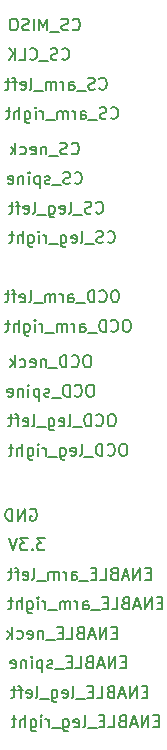
<source format=gbr>
G04 #@! TF.GenerationSoftware,KiCad,Pcbnew,5.1.3-ffb9f22~84~ubuntu18.04.1*
G04 #@! TF.CreationDate,2019-08-04T06:46:36-07:00*
G04 #@! TF.ProjectId,body_part_power,626f6479-5f70-4617-9274-5f706f776572,rev?*
G04 #@! TF.SameCoordinates,Original*
G04 #@! TF.FileFunction,Legend,Bot*
G04 #@! TF.FilePolarity,Positive*
%FSLAX46Y46*%
G04 Gerber Fmt 4.6, Leading zero omitted, Abs format (unit mm)*
G04 Created by KiCad (PCBNEW 5.1.3-ffb9f22~84~ubuntu18.04.1) date 2019-08-04 06:46:36*
%MOMM*%
%LPD*%
G04 APERTURE LIST*
%ADD10C,0.150000*%
G04 APERTURE END LIST*
D10*
X156761904Y-86500000D02*
X156857142Y-86452380D01*
X157000000Y-86452380D01*
X157142857Y-86500000D01*
X157238095Y-86595238D01*
X157285714Y-86690476D01*
X157333333Y-86880952D01*
X157333333Y-87023809D01*
X157285714Y-87214285D01*
X157238095Y-87309523D01*
X157142857Y-87404761D01*
X157000000Y-87452380D01*
X156904761Y-87452380D01*
X156761904Y-87404761D01*
X156714285Y-87357142D01*
X156714285Y-87023809D01*
X156904761Y-87023809D01*
X156285714Y-87452380D02*
X156285714Y-86452380D01*
X155714285Y-87452380D01*
X155714285Y-86452380D01*
X155238095Y-87452380D02*
X155238095Y-86452380D01*
X155000000Y-86452380D01*
X154857142Y-86500000D01*
X154761904Y-86595238D01*
X154714285Y-86690476D01*
X154666666Y-86880952D01*
X154666666Y-87023809D01*
X154714285Y-87214285D01*
X154761904Y-87309523D01*
X154857142Y-87404761D01*
X155000000Y-87452380D01*
X155238095Y-87452380D01*
X157976190Y-88952380D02*
X157357142Y-88952380D01*
X157690476Y-89333333D01*
X157547619Y-89333333D01*
X157452380Y-89380952D01*
X157404761Y-89428571D01*
X157357142Y-89523809D01*
X157357142Y-89761904D01*
X157404761Y-89857142D01*
X157452380Y-89904761D01*
X157547619Y-89952380D01*
X157833333Y-89952380D01*
X157928571Y-89904761D01*
X157976190Y-89857142D01*
X156928571Y-89857142D02*
X156880952Y-89904761D01*
X156928571Y-89952380D01*
X156976190Y-89904761D01*
X156928571Y-89857142D01*
X156928571Y-89952380D01*
X156547619Y-88952380D02*
X155928571Y-88952380D01*
X156261904Y-89333333D01*
X156119047Y-89333333D01*
X156023809Y-89380952D01*
X155976190Y-89428571D01*
X155928571Y-89523809D01*
X155928571Y-89761904D01*
X155976190Y-89857142D01*
X156023809Y-89904761D01*
X156119047Y-89952380D01*
X156404761Y-89952380D01*
X156500000Y-89904761D01*
X156547619Y-89857142D01*
X155642857Y-88952380D02*
X155309523Y-89952380D01*
X154976190Y-88952380D01*
X164880952Y-99428571D02*
X164547619Y-99428571D01*
X164404761Y-99952380D02*
X164880952Y-99952380D01*
X164880952Y-98952380D01*
X164404761Y-98952380D01*
X163976190Y-99952380D02*
X163976190Y-98952380D01*
X163404761Y-99952380D01*
X163404761Y-98952380D01*
X162976190Y-99666666D02*
X162500000Y-99666666D01*
X163071428Y-99952380D02*
X162738095Y-98952380D01*
X162404761Y-99952380D01*
X161738095Y-99428571D02*
X161595238Y-99476190D01*
X161547619Y-99523809D01*
X161500000Y-99619047D01*
X161500000Y-99761904D01*
X161547619Y-99857142D01*
X161595238Y-99904761D01*
X161690476Y-99952380D01*
X162071428Y-99952380D01*
X162071428Y-98952380D01*
X161738095Y-98952380D01*
X161642857Y-99000000D01*
X161595238Y-99047619D01*
X161547619Y-99142857D01*
X161547619Y-99238095D01*
X161595238Y-99333333D01*
X161642857Y-99380952D01*
X161738095Y-99428571D01*
X162071428Y-99428571D01*
X160595238Y-99952380D02*
X161071428Y-99952380D01*
X161071428Y-98952380D01*
X160261904Y-99428571D02*
X159928571Y-99428571D01*
X159785714Y-99952380D02*
X160261904Y-99952380D01*
X160261904Y-98952380D01*
X159785714Y-98952380D01*
X159595238Y-100047619D02*
X158833333Y-100047619D01*
X158642857Y-99904761D02*
X158547619Y-99952380D01*
X158357142Y-99952380D01*
X158261904Y-99904761D01*
X158214285Y-99809523D01*
X158214285Y-99761904D01*
X158261904Y-99666666D01*
X158357142Y-99619047D01*
X158500000Y-99619047D01*
X158595238Y-99571428D01*
X158642857Y-99476190D01*
X158642857Y-99428571D01*
X158595238Y-99333333D01*
X158500000Y-99285714D01*
X158357142Y-99285714D01*
X158261904Y-99333333D01*
X157785714Y-99285714D02*
X157785714Y-100285714D01*
X157785714Y-99333333D02*
X157690476Y-99285714D01*
X157500000Y-99285714D01*
X157404761Y-99333333D01*
X157357142Y-99380952D01*
X157309523Y-99476190D01*
X157309523Y-99761904D01*
X157357142Y-99857142D01*
X157404761Y-99904761D01*
X157500000Y-99952380D01*
X157690476Y-99952380D01*
X157785714Y-99904761D01*
X156880952Y-99952380D02*
X156880952Y-99285714D01*
X156880952Y-98952380D02*
X156928571Y-99000000D01*
X156880952Y-99047619D01*
X156833333Y-99000000D01*
X156880952Y-98952380D01*
X156880952Y-99047619D01*
X156404761Y-99285714D02*
X156404761Y-99952380D01*
X156404761Y-99380952D02*
X156357142Y-99333333D01*
X156261904Y-99285714D01*
X156119047Y-99285714D01*
X156023809Y-99333333D01*
X155976190Y-99428571D01*
X155976190Y-99952380D01*
X155119047Y-99904761D02*
X155214285Y-99952380D01*
X155404761Y-99952380D01*
X155500000Y-99904761D01*
X155547619Y-99809523D01*
X155547619Y-99428571D01*
X155500000Y-99333333D01*
X155404761Y-99285714D01*
X155214285Y-99285714D01*
X155119047Y-99333333D01*
X155071428Y-99428571D01*
X155071428Y-99523809D01*
X155547619Y-99619047D01*
X166690476Y-101928571D02*
X166357142Y-101928571D01*
X166214285Y-102452380D02*
X166690476Y-102452380D01*
X166690476Y-101452380D01*
X166214285Y-101452380D01*
X165785714Y-102452380D02*
X165785714Y-101452380D01*
X165214285Y-102452380D01*
X165214285Y-101452380D01*
X164785714Y-102166666D02*
X164309523Y-102166666D01*
X164880952Y-102452380D02*
X164547619Y-101452380D01*
X164214285Y-102452380D01*
X163547619Y-101928571D02*
X163404761Y-101976190D01*
X163357142Y-102023809D01*
X163309523Y-102119047D01*
X163309523Y-102261904D01*
X163357142Y-102357142D01*
X163404761Y-102404761D01*
X163500000Y-102452380D01*
X163880952Y-102452380D01*
X163880952Y-101452380D01*
X163547619Y-101452380D01*
X163452380Y-101500000D01*
X163404761Y-101547619D01*
X163357142Y-101642857D01*
X163357142Y-101738095D01*
X163404761Y-101833333D01*
X163452380Y-101880952D01*
X163547619Y-101928571D01*
X163880952Y-101928571D01*
X162404761Y-102452380D02*
X162880952Y-102452380D01*
X162880952Y-101452380D01*
X162071428Y-101928571D02*
X161738095Y-101928571D01*
X161595238Y-102452380D02*
X162071428Y-102452380D01*
X162071428Y-101452380D01*
X161595238Y-101452380D01*
X161404761Y-102547619D02*
X160642857Y-102547619D01*
X160261904Y-102452380D02*
X160357142Y-102404761D01*
X160404761Y-102309523D01*
X160404761Y-101452380D01*
X159500000Y-102404761D02*
X159595238Y-102452380D01*
X159785714Y-102452380D01*
X159880952Y-102404761D01*
X159928571Y-102309523D01*
X159928571Y-101928571D01*
X159880952Y-101833333D01*
X159785714Y-101785714D01*
X159595238Y-101785714D01*
X159500000Y-101833333D01*
X159452380Y-101928571D01*
X159452380Y-102023809D01*
X159928571Y-102119047D01*
X158595238Y-101785714D02*
X158595238Y-102595238D01*
X158642857Y-102690476D01*
X158690476Y-102738095D01*
X158785714Y-102785714D01*
X158928571Y-102785714D01*
X159023809Y-102738095D01*
X158595238Y-102404761D02*
X158690476Y-102452380D01*
X158880952Y-102452380D01*
X158976190Y-102404761D01*
X159023809Y-102357142D01*
X159071428Y-102261904D01*
X159071428Y-101976190D01*
X159023809Y-101880952D01*
X158976190Y-101833333D01*
X158880952Y-101785714D01*
X158690476Y-101785714D01*
X158595238Y-101833333D01*
X158357142Y-102547619D02*
X157595238Y-102547619D01*
X157214285Y-102452380D02*
X157309523Y-102404761D01*
X157357142Y-102309523D01*
X157357142Y-101452380D01*
X156452380Y-102404761D02*
X156547619Y-102452380D01*
X156738095Y-102452380D01*
X156833333Y-102404761D01*
X156880952Y-102309523D01*
X156880952Y-101928571D01*
X156833333Y-101833333D01*
X156738095Y-101785714D01*
X156547619Y-101785714D01*
X156452380Y-101833333D01*
X156404761Y-101928571D01*
X156404761Y-102023809D01*
X156880952Y-102119047D01*
X156119047Y-101785714D02*
X155738095Y-101785714D01*
X155976190Y-102452380D02*
X155976190Y-101595238D01*
X155928571Y-101500000D01*
X155833333Y-101452380D01*
X155738095Y-101452380D01*
X155547619Y-101785714D02*
X155166666Y-101785714D01*
X155404761Y-101452380D02*
X155404761Y-102309523D01*
X155357142Y-102404761D01*
X155261904Y-102452380D01*
X155166666Y-102452380D01*
X167952380Y-94428571D02*
X167619047Y-94428571D01*
X167476190Y-94952380D02*
X167952380Y-94952380D01*
X167952380Y-93952380D01*
X167476190Y-93952380D01*
X167047619Y-94952380D02*
X167047619Y-93952380D01*
X166476190Y-94952380D01*
X166476190Y-93952380D01*
X166047619Y-94666666D02*
X165571428Y-94666666D01*
X166142857Y-94952380D02*
X165809523Y-93952380D01*
X165476190Y-94952380D01*
X164809523Y-94428571D02*
X164666666Y-94476190D01*
X164619047Y-94523809D01*
X164571428Y-94619047D01*
X164571428Y-94761904D01*
X164619047Y-94857142D01*
X164666666Y-94904761D01*
X164761904Y-94952380D01*
X165142857Y-94952380D01*
X165142857Y-93952380D01*
X164809523Y-93952380D01*
X164714285Y-94000000D01*
X164666666Y-94047619D01*
X164619047Y-94142857D01*
X164619047Y-94238095D01*
X164666666Y-94333333D01*
X164714285Y-94380952D01*
X164809523Y-94428571D01*
X165142857Y-94428571D01*
X163666666Y-94952380D02*
X164142857Y-94952380D01*
X164142857Y-93952380D01*
X163333333Y-94428571D02*
X163000000Y-94428571D01*
X162857142Y-94952380D02*
X163333333Y-94952380D01*
X163333333Y-93952380D01*
X162857142Y-93952380D01*
X162666666Y-95047619D02*
X161904761Y-95047619D01*
X161238095Y-94952380D02*
X161238095Y-94428571D01*
X161285714Y-94333333D01*
X161380952Y-94285714D01*
X161571428Y-94285714D01*
X161666666Y-94333333D01*
X161238095Y-94904761D02*
X161333333Y-94952380D01*
X161571428Y-94952380D01*
X161666666Y-94904761D01*
X161714285Y-94809523D01*
X161714285Y-94714285D01*
X161666666Y-94619047D01*
X161571428Y-94571428D01*
X161333333Y-94571428D01*
X161238095Y-94523809D01*
X160761904Y-94952380D02*
X160761904Y-94285714D01*
X160761904Y-94476190D02*
X160714285Y-94380952D01*
X160666666Y-94333333D01*
X160571428Y-94285714D01*
X160476190Y-94285714D01*
X160142857Y-94952380D02*
X160142857Y-94285714D01*
X160142857Y-94380952D02*
X160095238Y-94333333D01*
X160000000Y-94285714D01*
X159857142Y-94285714D01*
X159761904Y-94333333D01*
X159714285Y-94428571D01*
X159714285Y-94952380D01*
X159714285Y-94428571D02*
X159666666Y-94333333D01*
X159571428Y-94285714D01*
X159428571Y-94285714D01*
X159333333Y-94333333D01*
X159285714Y-94428571D01*
X159285714Y-94952380D01*
X159047619Y-95047619D02*
X158285714Y-95047619D01*
X158047619Y-94952380D02*
X158047619Y-94285714D01*
X158047619Y-94476190D02*
X158000000Y-94380952D01*
X157952380Y-94333333D01*
X157857142Y-94285714D01*
X157761904Y-94285714D01*
X157428571Y-94952380D02*
X157428571Y-94285714D01*
X157428571Y-93952380D02*
X157476190Y-94000000D01*
X157428571Y-94047619D01*
X157380952Y-94000000D01*
X157428571Y-93952380D01*
X157428571Y-94047619D01*
X156523809Y-94285714D02*
X156523809Y-95095238D01*
X156571428Y-95190476D01*
X156619047Y-95238095D01*
X156714285Y-95285714D01*
X156857142Y-95285714D01*
X156952380Y-95238095D01*
X156523809Y-94904761D02*
X156619047Y-94952380D01*
X156809523Y-94952380D01*
X156904761Y-94904761D01*
X156952380Y-94857142D01*
X157000000Y-94761904D01*
X157000000Y-94476190D01*
X156952380Y-94380952D01*
X156904761Y-94333333D01*
X156809523Y-94285714D01*
X156619047Y-94285714D01*
X156523809Y-94333333D01*
X156047619Y-94952380D02*
X156047619Y-93952380D01*
X155619047Y-94952380D02*
X155619047Y-94428571D01*
X155666666Y-94333333D01*
X155761904Y-94285714D01*
X155904761Y-94285714D01*
X156000000Y-94333333D01*
X156047619Y-94380952D01*
X155285714Y-94285714D02*
X154904761Y-94285714D01*
X155142857Y-93952380D02*
X155142857Y-94809523D01*
X155095238Y-94904761D01*
X155000000Y-94952380D01*
X154904761Y-94952380D01*
X164119047Y-96928571D02*
X163785714Y-96928571D01*
X163642857Y-97452380D02*
X164119047Y-97452380D01*
X164119047Y-96452380D01*
X163642857Y-96452380D01*
X163214285Y-97452380D02*
X163214285Y-96452380D01*
X162642857Y-97452380D01*
X162642857Y-96452380D01*
X162214285Y-97166666D02*
X161738095Y-97166666D01*
X162309523Y-97452380D02*
X161976190Y-96452380D01*
X161642857Y-97452380D01*
X160976190Y-96928571D02*
X160833333Y-96976190D01*
X160785714Y-97023809D01*
X160738095Y-97119047D01*
X160738095Y-97261904D01*
X160785714Y-97357142D01*
X160833333Y-97404761D01*
X160928571Y-97452380D01*
X161309523Y-97452380D01*
X161309523Y-96452380D01*
X160976190Y-96452380D01*
X160880952Y-96500000D01*
X160833333Y-96547619D01*
X160785714Y-96642857D01*
X160785714Y-96738095D01*
X160833333Y-96833333D01*
X160880952Y-96880952D01*
X160976190Y-96928571D01*
X161309523Y-96928571D01*
X159833333Y-97452380D02*
X160309523Y-97452380D01*
X160309523Y-96452380D01*
X159500000Y-96928571D02*
X159166666Y-96928571D01*
X159023809Y-97452380D02*
X159500000Y-97452380D01*
X159500000Y-96452380D01*
X159023809Y-96452380D01*
X158833333Y-97547619D02*
X158071428Y-97547619D01*
X157833333Y-96785714D02*
X157833333Y-97452380D01*
X157833333Y-96880952D02*
X157785714Y-96833333D01*
X157690476Y-96785714D01*
X157547619Y-96785714D01*
X157452380Y-96833333D01*
X157404761Y-96928571D01*
X157404761Y-97452380D01*
X156547619Y-97404761D02*
X156642857Y-97452380D01*
X156833333Y-97452380D01*
X156928571Y-97404761D01*
X156976190Y-97309523D01*
X156976190Y-96928571D01*
X156928571Y-96833333D01*
X156833333Y-96785714D01*
X156642857Y-96785714D01*
X156547619Y-96833333D01*
X156500000Y-96928571D01*
X156500000Y-97023809D01*
X156976190Y-97119047D01*
X155642857Y-97404761D02*
X155738095Y-97452380D01*
X155928571Y-97452380D01*
X156023809Y-97404761D01*
X156071428Y-97357142D01*
X156119047Y-97261904D01*
X156119047Y-96976190D01*
X156071428Y-96880952D01*
X156023809Y-96833333D01*
X155928571Y-96785714D01*
X155738095Y-96785714D01*
X155642857Y-96833333D01*
X155214285Y-97452380D02*
X155214285Y-96452380D01*
X155119047Y-97071428D02*
X154833333Y-97452380D01*
X154833333Y-96785714D02*
X155214285Y-97166666D01*
X166976190Y-91928571D02*
X166642857Y-91928571D01*
X166500000Y-92452380D02*
X166976190Y-92452380D01*
X166976190Y-91452380D01*
X166500000Y-91452380D01*
X166071428Y-92452380D02*
X166071428Y-91452380D01*
X165500000Y-92452380D01*
X165500000Y-91452380D01*
X165071428Y-92166666D02*
X164595238Y-92166666D01*
X165166666Y-92452380D02*
X164833333Y-91452380D01*
X164500000Y-92452380D01*
X163833333Y-91928571D02*
X163690476Y-91976190D01*
X163642857Y-92023809D01*
X163595238Y-92119047D01*
X163595238Y-92261904D01*
X163642857Y-92357142D01*
X163690476Y-92404761D01*
X163785714Y-92452380D01*
X164166666Y-92452380D01*
X164166666Y-91452380D01*
X163833333Y-91452380D01*
X163738095Y-91500000D01*
X163690476Y-91547619D01*
X163642857Y-91642857D01*
X163642857Y-91738095D01*
X163690476Y-91833333D01*
X163738095Y-91880952D01*
X163833333Y-91928571D01*
X164166666Y-91928571D01*
X162690476Y-92452380D02*
X163166666Y-92452380D01*
X163166666Y-91452380D01*
X162357142Y-91928571D02*
X162023809Y-91928571D01*
X161880952Y-92452380D02*
X162357142Y-92452380D01*
X162357142Y-91452380D01*
X161880952Y-91452380D01*
X161690476Y-92547619D02*
X160928571Y-92547619D01*
X160261904Y-92452380D02*
X160261904Y-91928571D01*
X160309523Y-91833333D01*
X160404761Y-91785714D01*
X160595238Y-91785714D01*
X160690476Y-91833333D01*
X160261904Y-92404761D02*
X160357142Y-92452380D01*
X160595238Y-92452380D01*
X160690476Y-92404761D01*
X160738095Y-92309523D01*
X160738095Y-92214285D01*
X160690476Y-92119047D01*
X160595238Y-92071428D01*
X160357142Y-92071428D01*
X160261904Y-92023809D01*
X159785714Y-92452380D02*
X159785714Y-91785714D01*
X159785714Y-91976190D02*
X159738095Y-91880952D01*
X159690476Y-91833333D01*
X159595238Y-91785714D01*
X159500000Y-91785714D01*
X159166666Y-92452380D02*
X159166666Y-91785714D01*
X159166666Y-91880952D02*
X159119047Y-91833333D01*
X159023809Y-91785714D01*
X158880952Y-91785714D01*
X158785714Y-91833333D01*
X158738095Y-91928571D01*
X158738095Y-92452380D01*
X158738095Y-91928571D02*
X158690476Y-91833333D01*
X158595238Y-91785714D01*
X158452380Y-91785714D01*
X158357142Y-91833333D01*
X158309523Y-91928571D01*
X158309523Y-92452380D01*
X158071428Y-92547619D02*
X157309523Y-92547619D01*
X156928571Y-92452380D02*
X157023809Y-92404761D01*
X157071428Y-92309523D01*
X157071428Y-91452380D01*
X156166666Y-92404761D02*
X156261904Y-92452380D01*
X156452380Y-92452380D01*
X156547619Y-92404761D01*
X156595238Y-92309523D01*
X156595238Y-91928571D01*
X156547619Y-91833333D01*
X156452380Y-91785714D01*
X156261904Y-91785714D01*
X156166666Y-91833333D01*
X156119047Y-91928571D01*
X156119047Y-92023809D01*
X156595238Y-92119047D01*
X155833333Y-91785714D02*
X155452380Y-91785714D01*
X155690476Y-92452380D02*
X155690476Y-91595238D01*
X155642857Y-91500000D01*
X155547619Y-91452380D01*
X155452380Y-91452380D01*
X155261904Y-91785714D02*
X154880952Y-91785714D01*
X155119047Y-91452380D02*
X155119047Y-92309523D01*
X155071428Y-92404761D01*
X154976190Y-92452380D01*
X154880952Y-92452380D01*
X167666666Y-104428571D02*
X167333333Y-104428571D01*
X167190476Y-104952380D02*
X167666666Y-104952380D01*
X167666666Y-103952380D01*
X167190476Y-103952380D01*
X166761904Y-104952380D02*
X166761904Y-103952380D01*
X166190476Y-104952380D01*
X166190476Y-103952380D01*
X165761904Y-104666666D02*
X165285714Y-104666666D01*
X165857142Y-104952380D02*
X165523809Y-103952380D01*
X165190476Y-104952380D01*
X164523809Y-104428571D02*
X164380952Y-104476190D01*
X164333333Y-104523809D01*
X164285714Y-104619047D01*
X164285714Y-104761904D01*
X164333333Y-104857142D01*
X164380952Y-104904761D01*
X164476190Y-104952380D01*
X164857142Y-104952380D01*
X164857142Y-103952380D01*
X164523809Y-103952380D01*
X164428571Y-104000000D01*
X164380952Y-104047619D01*
X164333333Y-104142857D01*
X164333333Y-104238095D01*
X164380952Y-104333333D01*
X164428571Y-104380952D01*
X164523809Y-104428571D01*
X164857142Y-104428571D01*
X163380952Y-104952380D02*
X163857142Y-104952380D01*
X163857142Y-103952380D01*
X163047619Y-104428571D02*
X162714285Y-104428571D01*
X162571428Y-104952380D02*
X163047619Y-104952380D01*
X163047619Y-103952380D01*
X162571428Y-103952380D01*
X162380952Y-105047619D02*
X161619047Y-105047619D01*
X161238095Y-104952380D02*
X161333333Y-104904761D01*
X161380952Y-104809523D01*
X161380952Y-103952380D01*
X160476190Y-104904761D02*
X160571428Y-104952380D01*
X160761904Y-104952380D01*
X160857142Y-104904761D01*
X160904761Y-104809523D01*
X160904761Y-104428571D01*
X160857142Y-104333333D01*
X160761904Y-104285714D01*
X160571428Y-104285714D01*
X160476190Y-104333333D01*
X160428571Y-104428571D01*
X160428571Y-104523809D01*
X160904761Y-104619047D01*
X159571428Y-104285714D02*
X159571428Y-105095238D01*
X159619047Y-105190476D01*
X159666666Y-105238095D01*
X159761904Y-105285714D01*
X159904761Y-105285714D01*
X160000000Y-105238095D01*
X159571428Y-104904761D02*
X159666666Y-104952380D01*
X159857142Y-104952380D01*
X159952380Y-104904761D01*
X160000000Y-104857142D01*
X160047619Y-104761904D01*
X160047619Y-104476190D01*
X160000000Y-104380952D01*
X159952380Y-104333333D01*
X159857142Y-104285714D01*
X159666666Y-104285714D01*
X159571428Y-104333333D01*
X159333333Y-105047619D02*
X158571428Y-105047619D01*
X158333333Y-104952380D02*
X158333333Y-104285714D01*
X158333333Y-104476190D02*
X158285714Y-104380952D01*
X158238095Y-104333333D01*
X158142857Y-104285714D01*
X158047619Y-104285714D01*
X157714285Y-104952380D02*
X157714285Y-104285714D01*
X157714285Y-103952380D02*
X157761904Y-104000000D01*
X157714285Y-104047619D01*
X157666666Y-104000000D01*
X157714285Y-103952380D01*
X157714285Y-104047619D01*
X156809523Y-104285714D02*
X156809523Y-105095238D01*
X156857142Y-105190476D01*
X156904761Y-105238095D01*
X157000000Y-105285714D01*
X157142857Y-105285714D01*
X157238095Y-105238095D01*
X156809523Y-104904761D02*
X156904761Y-104952380D01*
X157095238Y-104952380D01*
X157190476Y-104904761D01*
X157238095Y-104857142D01*
X157285714Y-104761904D01*
X157285714Y-104476190D01*
X157238095Y-104380952D01*
X157190476Y-104333333D01*
X157095238Y-104285714D01*
X156904761Y-104285714D01*
X156809523Y-104333333D01*
X156333333Y-104952380D02*
X156333333Y-103952380D01*
X155904761Y-104952380D02*
X155904761Y-104428571D01*
X155952380Y-104333333D01*
X156047619Y-104285714D01*
X156190476Y-104285714D01*
X156285714Y-104333333D01*
X156333333Y-104380952D01*
X155571428Y-104285714D02*
X155190476Y-104285714D01*
X155428571Y-103952380D02*
X155428571Y-104809523D01*
X155380952Y-104904761D01*
X155285714Y-104952380D01*
X155190476Y-104952380D01*
X161952380Y-75952380D02*
X161761904Y-75952380D01*
X161666666Y-76000000D01*
X161571428Y-76095238D01*
X161523809Y-76285714D01*
X161523809Y-76619047D01*
X161571428Y-76809523D01*
X161666666Y-76904761D01*
X161761904Y-76952380D01*
X161952380Y-76952380D01*
X162047619Y-76904761D01*
X162142857Y-76809523D01*
X162190476Y-76619047D01*
X162190476Y-76285714D01*
X162142857Y-76095238D01*
X162047619Y-76000000D01*
X161952380Y-75952380D01*
X160523809Y-76857142D02*
X160571428Y-76904761D01*
X160714285Y-76952380D01*
X160809523Y-76952380D01*
X160952380Y-76904761D01*
X161047619Y-76809523D01*
X161095238Y-76714285D01*
X161142857Y-76523809D01*
X161142857Y-76380952D01*
X161095238Y-76190476D01*
X161047619Y-76095238D01*
X160952380Y-76000000D01*
X160809523Y-75952380D01*
X160714285Y-75952380D01*
X160571428Y-76000000D01*
X160523809Y-76047619D01*
X160095238Y-76952380D02*
X160095238Y-75952380D01*
X159857142Y-75952380D01*
X159714285Y-76000000D01*
X159619047Y-76095238D01*
X159571428Y-76190476D01*
X159523809Y-76380952D01*
X159523809Y-76523809D01*
X159571428Y-76714285D01*
X159619047Y-76809523D01*
X159714285Y-76904761D01*
X159857142Y-76952380D01*
X160095238Y-76952380D01*
X159333333Y-77047619D02*
X158571428Y-77047619D01*
X158380952Y-76904761D02*
X158285714Y-76952380D01*
X158095238Y-76952380D01*
X158000000Y-76904761D01*
X157952380Y-76809523D01*
X157952380Y-76761904D01*
X158000000Y-76666666D01*
X158095238Y-76619047D01*
X158238095Y-76619047D01*
X158333333Y-76571428D01*
X158380952Y-76476190D01*
X158380952Y-76428571D01*
X158333333Y-76333333D01*
X158238095Y-76285714D01*
X158095238Y-76285714D01*
X158000000Y-76333333D01*
X157523809Y-76285714D02*
X157523809Y-77285714D01*
X157523809Y-76333333D02*
X157428571Y-76285714D01*
X157238095Y-76285714D01*
X157142857Y-76333333D01*
X157095238Y-76380952D01*
X157047619Y-76476190D01*
X157047619Y-76761904D01*
X157095238Y-76857142D01*
X157142857Y-76904761D01*
X157238095Y-76952380D01*
X157428571Y-76952380D01*
X157523809Y-76904761D01*
X156619047Y-76952380D02*
X156619047Y-76285714D01*
X156619047Y-75952380D02*
X156666666Y-76000000D01*
X156619047Y-76047619D01*
X156571428Y-76000000D01*
X156619047Y-75952380D01*
X156619047Y-76047619D01*
X156142857Y-76285714D02*
X156142857Y-76952380D01*
X156142857Y-76380952D02*
X156095238Y-76333333D01*
X156000000Y-76285714D01*
X155857142Y-76285714D01*
X155761904Y-76333333D01*
X155714285Y-76428571D01*
X155714285Y-76952380D01*
X154857142Y-76904761D02*
X154952380Y-76952380D01*
X155142857Y-76952380D01*
X155238095Y-76904761D01*
X155285714Y-76809523D01*
X155285714Y-76428571D01*
X155238095Y-76333333D01*
X155142857Y-76285714D01*
X154952380Y-76285714D01*
X154857142Y-76333333D01*
X154809523Y-76428571D01*
X154809523Y-76523809D01*
X155285714Y-76619047D01*
X163761904Y-78452380D02*
X163571428Y-78452380D01*
X163476190Y-78500000D01*
X163380952Y-78595238D01*
X163333333Y-78785714D01*
X163333333Y-79119047D01*
X163380952Y-79309523D01*
X163476190Y-79404761D01*
X163571428Y-79452380D01*
X163761904Y-79452380D01*
X163857142Y-79404761D01*
X163952380Y-79309523D01*
X164000000Y-79119047D01*
X164000000Y-78785714D01*
X163952380Y-78595238D01*
X163857142Y-78500000D01*
X163761904Y-78452380D01*
X162333333Y-79357142D02*
X162380952Y-79404761D01*
X162523809Y-79452380D01*
X162619047Y-79452380D01*
X162761904Y-79404761D01*
X162857142Y-79309523D01*
X162904761Y-79214285D01*
X162952380Y-79023809D01*
X162952380Y-78880952D01*
X162904761Y-78690476D01*
X162857142Y-78595238D01*
X162761904Y-78500000D01*
X162619047Y-78452380D01*
X162523809Y-78452380D01*
X162380952Y-78500000D01*
X162333333Y-78547619D01*
X161904761Y-79452380D02*
X161904761Y-78452380D01*
X161666666Y-78452380D01*
X161523809Y-78500000D01*
X161428571Y-78595238D01*
X161380952Y-78690476D01*
X161333333Y-78880952D01*
X161333333Y-79023809D01*
X161380952Y-79214285D01*
X161428571Y-79309523D01*
X161523809Y-79404761D01*
X161666666Y-79452380D01*
X161904761Y-79452380D01*
X161142857Y-79547619D02*
X160380952Y-79547619D01*
X160000000Y-79452380D02*
X160095238Y-79404761D01*
X160142857Y-79309523D01*
X160142857Y-78452380D01*
X159238095Y-79404761D02*
X159333333Y-79452380D01*
X159523809Y-79452380D01*
X159619047Y-79404761D01*
X159666666Y-79309523D01*
X159666666Y-78928571D01*
X159619047Y-78833333D01*
X159523809Y-78785714D01*
X159333333Y-78785714D01*
X159238095Y-78833333D01*
X159190476Y-78928571D01*
X159190476Y-79023809D01*
X159666666Y-79119047D01*
X158333333Y-78785714D02*
X158333333Y-79595238D01*
X158380952Y-79690476D01*
X158428571Y-79738095D01*
X158523809Y-79785714D01*
X158666666Y-79785714D01*
X158761904Y-79738095D01*
X158333333Y-79404761D02*
X158428571Y-79452380D01*
X158619047Y-79452380D01*
X158714285Y-79404761D01*
X158761904Y-79357142D01*
X158809523Y-79261904D01*
X158809523Y-78976190D01*
X158761904Y-78880952D01*
X158714285Y-78833333D01*
X158619047Y-78785714D01*
X158428571Y-78785714D01*
X158333333Y-78833333D01*
X158095238Y-79547619D02*
X157333333Y-79547619D01*
X156952380Y-79452380D02*
X157047619Y-79404761D01*
X157095238Y-79309523D01*
X157095238Y-78452380D01*
X156190476Y-79404761D02*
X156285714Y-79452380D01*
X156476190Y-79452380D01*
X156571428Y-79404761D01*
X156619047Y-79309523D01*
X156619047Y-78928571D01*
X156571428Y-78833333D01*
X156476190Y-78785714D01*
X156285714Y-78785714D01*
X156190476Y-78833333D01*
X156142857Y-78928571D01*
X156142857Y-79023809D01*
X156619047Y-79119047D01*
X155857142Y-78785714D02*
X155476190Y-78785714D01*
X155714285Y-79452380D02*
X155714285Y-78595238D01*
X155666666Y-78500000D01*
X155571428Y-78452380D01*
X155476190Y-78452380D01*
X155285714Y-78785714D02*
X154904761Y-78785714D01*
X155142857Y-78452380D02*
X155142857Y-79309523D01*
X155095238Y-79404761D01*
X155000000Y-79452380D01*
X154904761Y-79452380D01*
X165023809Y-70452380D02*
X164833333Y-70452380D01*
X164738095Y-70500000D01*
X164642857Y-70595238D01*
X164595238Y-70785714D01*
X164595238Y-71119047D01*
X164642857Y-71309523D01*
X164738095Y-71404761D01*
X164833333Y-71452380D01*
X165023809Y-71452380D01*
X165119047Y-71404761D01*
X165214285Y-71309523D01*
X165261904Y-71119047D01*
X165261904Y-70785714D01*
X165214285Y-70595238D01*
X165119047Y-70500000D01*
X165023809Y-70452380D01*
X163595238Y-71357142D02*
X163642857Y-71404761D01*
X163785714Y-71452380D01*
X163880952Y-71452380D01*
X164023809Y-71404761D01*
X164119047Y-71309523D01*
X164166666Y-71214285D01*
X164214285Y-71023809D01*
X164214285Y-70880952D01*
X164166666Y-70690476D01*
X164119047Y-70595238D01*
X164023809Y-70500000D01*
X163880952Y-70452380D01*
X163785714Y-70452380D01*
X163642857Y-70500000D01*
X163595238Y-70547619D01*
X163166666Y-71452380D02*
X163166666Y-70452380D01*
X162928571Y-70452380D01*
X162785714Y-70500000D01*
X162690476Y-70595238D01*
X162642857Y-70690476D01*
X162595238Y-70880952D01*
X162595238Y-71023809D01*
X162642857Y-71214285D01*
X162690476Y-71309523D01*
X162785714Y-71404761D01*
X162928571Y-71452380D01*
X163166666Y-71452380D01*
X162404761Y-71547619D02*
X161642857Y-71547619D01*
X160976190Y-71452380D02*
X160976190Y-70928571D01*
X161023809Y-70833333D01*
X161119047Y-70785714D01*
X161309523Y-70785714D01*
X161404761Y-70833333D01*
X160976190Y-71404761D02*
X161071428Y-71452380D01*
X161309523Y-71452380D01*
X161404761Y-71404761D01*
X161452380Y-71309523D01*
X161452380Y-71214285D01*
X161404761Y-71119047D01*
X161309523Y-71071428D01*
X161071428Y-71071428D01*
X160976190Y-71023809D01*
X160500000Y-71452380D02*
X160500000Y-70785714D01*
X160500000Y-70976190D02*
X160452380Y-70880952D01*
X160404761Y-70833333D01*
X160309523Y-70785714D01*
X160214285Y-70785714D01*
X159880952Y-71452380D02*
X159880952Y-70785714D01*
X159880952Y-70880952D02*
X159833333Y-70833333D01*
X159738095Y-70785714D01*
X159595238Y-70785714D01*
X159500000Y-70833333D01*
X159452380Y-70928571D01*
X159452380Y-71452380D01*
X159452380Y-70928571D02*
X159404761Y-70833333D01*
X159309523Y-70785714D01*
X159166666Y-70785714D01*
X159071428Y-70833333D01*
X159023809Y-70928571D01*
X159023809Y-71452380D01*
X158785714Y-71547619D02*
X158023809Y-71547619D01*
X157785714Y-71452380D02*
X157785714Y-70785714D01*
X157785714Y-70976190D02*
X157738095Y-70880952D01*
X157690476Y-70833333D01*
X157595238Y-70785714D01*
X157500000Y-70785714D01*
X157166666Y-71452380D02*
X157166666Y-70785714D01*
X157166666Y-70452380D02*
X157214285Y-70500000D01*
X157166666Y-70547619D01*
X157119047Y-70500000D01*
X157166666Y-70452380D01*
X157166666Y-70547619D01*
X156261904Y-70785714D02*
X156261904Y-71595238D01*
X156309523Y-71690476D01*
X156357142Y-71738095D01*
X156452380Y-71785714D01*
X156595238Y-71785714D01*
X156690476Y-71738095D01*
X156261904Y-71404761D02*
X156357142Y-71452380D01*
X156547619Y-71452380D01*
X156642857Y-71404761D01*
X156690476Y-71357142D01*
X156738095Y-71261904D01*
X156738095Y-70976190D01*
X156690476Y-70880952D01*
X156642857Y-70833333D01*
X156547619Y-70785714D01*
X156357142Y-70785714D01*
X156261904Y-70833333D01*
X155785714Y-71452380D02*
X155785714Y-70452380D01*
X155357142Y-71452380D02*
X155357142Y-70928571D01*
X155404761Y-70833333D01*
X155500000Y-70785714D01*
X155642857Y-70785714D01*
X155738095Y-70833333D01*
X155785714Y-70880952D01*
X155023809Y-70785714D02*
X154642857Y-70785714D01*
X154880952Y-70452380D02*
X154880952Y-71309523D01*
X154833333Y-71404761D01*
X154738095Y-71452380D01*
X154642857Y-71452380D01*
X161690476Y-73452380D02*
X161500000Y-73452380D01*
X161404761Y-73500000D01*
X161309523Y-73595238D01*
X161261904Y-73785714D01*
X161261904Y-74119047D01*
X161309523Y-74309523D01*
X161404761Y-74404761D01*
X161500000Y-74452380D01*
X161690476Y-74452380D01*
X161785714Y-74404761D01*
X161880952Y-74309523D01*
X161928571Y-74119047D01*
X161928571Y-73785714D01*
X161880952Y-73595238D01*
X161785714Y-73500000D01*
X161690476Y-73452380D01*
X160261904Y-74357142D02*
X160309523Y-74404761D01*
X160452380Y-74452380D01*
X160547619Y-74452380D01*
X160690476Y-74404761D01*
X160785714Y-74309523D01*
X160833333Y-74214285D01*
X160880952Y-74023809D01*
X160880952Y-73880952D01*
X160833333Y-73690476D01*
X160785714Y-73595238D01*
X160690476Y-73500000D01*
X160547619Y-73452380D01*
X160452380Y-73452380D01*
X160309523Y-73500000D01*
X160261904Y-73547619D01*
X159833333Y-74452380D02*
X159833333Y-73452380D01*
X159595238Y-73452380D01*
X159452380Y-73500000D01*
X159357142Y-73595238D01*
X159309523Y-73690476D01*
X159261904Y-73880952D01*
X159261904Y-74023809D01*
X159309523Y-74214285D01*
X159357142Y-74309523D01*
X159452380Y-74404761D01*
X159595238Y-74452380D01*
X159833333Y-74452380D01*
X159071428Y-74547619D02*
X158309523Y-74547619D01*
X158071428Y-73785714D02*
X158071428Y-74452380D01*
X158071428Y-73880952D02*
X158023809Y-73833333D01*
X157928571Y-73785714D01*
X157785714Y-73785714D01*
X157690476Y-73833333D01*
X157642857Y-73928571D01*
X157642857Y-74452380D01*
X156785714Y-74404761D02*
X156880952Y-74452380D01*
X157071428Y-74452380D01*
X157166666Y-74404761D01*
X157214285Y-74309523D01*
X157214285Y-73928571D01*
X157166666Y-73833333D01*
X157071428Y-73785714D01*
X156880952Y-73785714D01*
X156785714Y-73833333D01*
X156738095Y-73928571D01*
X156738095Y-74023809D01*
X157214285Y-74119047D01*
X155880952Y-74404761D02*
X155976190Y-74452380D01*
X156166666Y-74452380D01*
X156261904Y-74404761D01*
X156309523Y-74357142D01*
X156357142Y-74261904D01*
X156357142Y-73976190D01*
X156309523Y-73880952D01*
X156261904Y-73833333D01*
X156166666Y-73785714D01*
X155976190Y-73785714D01*
X155880952Y-73833333D01*
X155452380Y-74452380D02*
X155452380Y-73452380D01*
X155357142Y-74071428D02*
X155071428Y-74452380D01*
X155071428Y-73785714D02*
X155452380Y-74166666D01*
X164047619Y-67952380D02*
X163857142Y-67952380D01*
X163761904Y-68000000D01*
X163666666Y-68095238D01*
X163619047Y-68285714D01*
X163619047Y-68619047D01*
X163666666Y-68809523D01*
X163761904Y-68904761D01*
X163857142Y-68952380D01*
X164047619Y-68952380D01*
X164142857Y-68904761D01*
X164238095Y-68809523D01*
X164285714Y-68619047D01*
X164285714Y-68285714D01*
X164238095Y-68095238D01*
X164142857Y-68000000D01*
X164047619Y-67952380D01*
X162619047Y-68857142D02*
X162666666Y-68904761D01*
X162809523Y-68952380D01*
X162904761Y-68952380D01*
X163047619Y-68904761D01*
X163142857Y-68809523D01*
X163190476Y-68714285D01*
X163238095Y-68523809D01*
X163238095Y-68380952D01*
X163190476Y-68190476D01*
X163142857Y-68095238D01*
X163047619Y-68000000D01*
X162904761Y-67952380D01*
X162809523Y-67952380D01*
X162666666Y-68000000D01*
X162619047Y-68047619D01*
X162190476Y-68952380D02*
X162190476Y-67952380D01*
X161952380Y-67952380D01*
X161809523Y-68000000D01*
X161714285Y-68095238D01*
X161666666Y-68190476D01*
X161619047Y-68380952D01*
X161619047Y-68523809D01*
X161666666Y-68714285D01*
X161714285Y-68809523D01*
X161809523Y-68904761D01*
X161952380Y-68952380D01*
X162190476Y-68952380D01*
X161428571Y-69047619D02*
X160666666Y-69047619D01*
X160000000Y-68952380D02*
X160000000Y-68428571D01*
X160047619Y-68333333D01*
X160142857Y-68285714D01*
X160333333Y-68285714D01*
X160428571Y-68333333D01*
X160000000Y-68904761D02*
X160095238Y-68952380D01*
X160333333Y-68952380D01*
X160428571Y-68904761D01*
X160476190Y-68809523D01*
X160476190Y-68714285D01*
X160428571Y-68619047D01*
X160333333Y-68571428D01*
X160095238Y-68571428D01*
X160000000Y-68523809D01*
X159523809Y-68952380D02*
X159523809Y-68285714D01*
X159523809Y-68476190D02*
X159476190Y-68380952D01*
X159428571Y-68333333D01*
X159333333Y-68285714D01*
X159238095Y-68285714D01*
X158904761Y-68952380D02*
X158904761Y-68285714D01*
X158904761Y-68380952D02*
X158857142Y-68333333D01*
X158761904Y-68285714D01*
X158619047Y-68285714D01*
X158523809Y-68333333D01*
X158476190Y-68428571D01*
X158476190Y-68952380D01*
X158476190Y-68428571D02*
X158428571Y-68333333D01*
X158333333Y-68285714D01*
X158190476Y-68285714D01*
X158095238Y-68333333D01*
X158047619Y-68428571D01*
X158047619Y-68952380D01*
X157809523Y-69047619D02*
X157047619Y-69047619D01*
X156666666Y-68952380D02*
X156761904Y-68904761D01*
X156809523Y-68809523D01*
X156809523Y-67952380D01*
X155904761Y-68904761D02*
X156000000Y-68952380D01*
X156190476Y-68952380D01*
X156285714Y-68904761D01*
X156333333Y-68809523D01*
X156333333Y-68428571D01*
X156285714Y-68333333D01*
X156190476Y-68285714D01*
X156000000Y-68285714D01*
X155904761Y-68333333D01*
X155857142Y-68428571D01*
X155857142Y-68523809D01*
X156333333Y-68619047D01*
X155571428Y-68285714D02*
X155190476Y-68285714D01*
X155428571Y-68952380D02*
X155428571Y-68095238D01*
X155380952Y-68000000D01*
X155285714Y-67952380D01*
X155190476Y-67952380D01*
X155000000Y-68285714D02*
X154619047Y-68285714D01*
X154857142Y-67952380D02*
X154857142Y-68809523D01*
X154809523Y-68904761D01*
X154714285Y-68952380D01*
X154619047Y-68952380D01*
X164738095Y-80952380D02*
X164547619Y-80952380D01*
X164452380Y-81000000D01*
X164357142Y-81095238D01*
X164309523Y-81285714D01*
X164309523Y-81619047D01*
X164357142Y-81809523D01*
X164452380Y-81904761D01*
X164547619Y-81952380D01*
X164738095Y-81952380D01*
X164833333Y-81904761D01*
X164928571Y-81809523D01*
X164976190Y-81619047D01*
X164976190Y-81285714D01*
X164928571Y-81095238D01*
X164833333Y-81000000D01*
X164738095Y-80952380D01*
X163309523Y-81857142D02*
X163357142Y-81904761D01*
X163500000Y-81952380D01*
X163595238Y-81952380D01*
X163738095Y-81904761D01*
X163833333Y-81809523D01*
X163880952Y-81714285D01*
X163928571Y-81523809D01*
X163928571Y-81380952D01*
X163880952Y-81190476D01*
X163833333Y-81095238D01*
X163738095Y-81000000D01*
X163595238Y-80952380D01*
X163500000Y-80952380D01*
X163357142Y-81000000D01*
X163309523Y-81047619D01*
X162880952Y-81952380D02*
X162880952Y-80952380D01*
X162642857Y-80952380D01*
X162500000Y-81000000D01*
X162404761Y-81095238D01*
X162357142Y-81190476D01*
X162309523Y-81380952D01*
X162309523Y-81523809D01*
X162357142Y-81714285D01*
X162404761Y-81809523D01*
X162500000Y-81904761D01*
X162642857Y-81952380D01*
X162880952Y-81952380D01*
X162119047Y-82047619D02*
X161357142Y-82047619D01*
X160976190Y-81952380D02*
X161071428Y-81904761D01*
X161119047Y-81809523D01*
X161119047Y-80952380D01*
X160214285Y-81904761D02*
X160309523Y-81952380D01*
X160500000Y-81952380D01*
X160595238Y-81904761D01*
X160642857Y-81809523D01*
X160642857Y-81428571D01*
X160595238Y-81333333D01*
X160500000Y-81285714D01*
X160309523Y-81285714D01*
X160214285Y-81333333D01*
X160166666Y-81428571D01*
X160166666Y-81523809D01*
X160642857Y-81619047D01*
X159309523Y-81285714D02*
X159309523Y-82095238D01*
X159357142Y-82190476D01*
X159404761Y-82238095D01*
X159500000Y-82285714D01*
X159642857Y-82285714D01*
X159738095Y-82238095D01*
X159309523Y-81904761D02*
X159404761Y-81952380D01*
X159595238Y-81952380D01*
X159690476Y-81904761D01*
X159738095Y-81857142D01*
X159785714Y-81761904D01*
X159785714Y-81476190D01*
X159738095Y-81380952D01*
X159690476Y-81333333D01*
X159595238Y-81285714D01*
X159404761Y-81285714D01*
X159309523Y-81333333D01*
X159071428Y-82047619D02*
X158309523Y-82047619D01*
X158071428Y-81952380D02*
X158071428Y-81285714D01*
X158071428Y-81476190D02*
X158023809Y-81380952D01*
X157976190Y-81333333D01*
X157880952Y-81285714D01*
X157785714Y-81285714D01*
X157452380Y-81952380D02*
X157452380Y-81285714D01*
X157452380Y-80952380D02*
X157500000Y-81000000D01*
X157452380Y-81047619D01*
X157404761Y-81000000D01*
X157452380Y-80952380D01*
X157452380Y-81047619D01*
X156547619Y-81285714D02*
X156547619Y-82095238D01*
X156595238Y-82190476D01*
X156642857Y-82238095D01*
X156738095Y-82285714D01*
X156880952Y-82285714D01*
X156976190Y-82238095D01*
X156547619Y-81904761D02*
X156642857Y-81952380D01*
X156833333Y-81952380D01*
X156928571Y-81904761D01*
X156976190Y-81857142D01*
X157023809Y-81761904D01*
X157023809Y-81476190D01*
X156976190Y-81380952D01*
X156928571Y-81333333D01*
X156833333Y-81285714D01*
X156642857Y-81285714D01*
X156547619Y-81333333D01*
X156071428Y-81952380D02*
X156071428Y-80952380D01*
X155642857Y-81952380D02*
X155642857Y-81428571D01*
X155690476Y-81333333D01*
X155785714Y-81285714D01*
X155928571Y-81285714D01*
X156023809Y-81333333D01*
X156071428Y-81380952D01*
X155309523Y-81285714D02*
X154928571Y-81285714D01*
X155166666Y-80952380D02*
X155166666Y-81809523D01*
X155119047Y-81904761D01*
X155023809Y-81952380D01*
X154928571Y-81952380D01*
X163309523Y-63857142D02*
X163357142Y-63904761D01*
X163500000Y-63952380D01*
X163595238Y-63952380D01*
X163738095Y-63904761D01*
X163833333Y-63809523D01*
X163880952Y-63714285D01*
X163928571Y-63523809D01*
X163928571Y-63380952D01*
X163880952Y-63190476D01*
X163833333Y-63095238D01*
X163738095Y-63000000D01*
X163595238Y-62952380D01*
X163500000Y-62952380D01*
X163357142Y-63000000D01*
X163309523Y-63047619D01*
X162928571Y-63904761D02*
X162785714Y-63952380D01*
X162547619Y-63952380D01*
X162452380Y-63904761D01*
X162404761Y-63857142D01*
X162357142Y-63761904D01*
X162357142Y-63666666D01*
X162404761Y-63571428D01*
X162452380Y-63523809D01*
X162547619Y-63476190D01*
X162738095Y-63428571D01*
X162833333Y-63380952D01*
X162880952Y-63333333D01*
X162928571Y-63238095D01*
X162928571Y-63142857D01*
X162880952Y-63047619D01*
X162833333Y-63000000D01*
X162738095Y-62952380D01*
X162500000Y-62952380D01*
X162357142Y-63000000D01*
X162166666Y-64047619D02*
X161404761Y-64047619D01*
X161023809Y-63952380D02*
X161119047Y-63904761D01*
X161166666Y-63809523D01*
X161166666Y-62952380D01*
X160261904Y-63904761D02*
X160357142Y-63952380D01*
X160547619Y-63952380D01*
X160642857Y-63904761D01*
X160690476Y-63809523D01*
X160690476Y-63428571D01*
X160642857Y-63333333D01*
X160547619Y-63285714D01*
X160357142Y-63285714D01*
X160261904Y-63333333D01*
X160214285Y-63428571D01*
X160214285Y-63523809D01*
X160690476Y-63619047D01*
X159357142Y-63285714D02*
X159357142Y-64095238D01*
X159404761Y-64190476D01*
X159452380Y-64238095D01*
X159547619Y-64285714D01*
X159690476Y-64285714D01*
X159785714Y-64238095D01*
X159357142Y-63904761D02*
X159452380Y-63952380D01*
X159642857Y-63952380D01*
X159738095Y-63904761D01*
X159785714Y-63857142D01*
X159833333Y-63761904D01*
X159833333Y-63476190D01*
X159785714Y-63380952D01*
X159738095Y-63333333D01*
X159642857Y-63285714D01*
X159452380Y-63285714D01*
X159357142Y-63333333D01*
X159119047Y-64047619D02*
X158357142Y-64047619D01*
X158119047Y-63952380D02*
X158119047Y-63285714D01*
X158119047Y-63476190D02*
X158071428Y-63380952D01*
X158023809Y-63333333D01*
X157928571Y-63285714D01*
X157833333Y-63285714D01*
X157500000Y-63952380D02*
X157500000Y-63285714D01*
X157500000Y-62952380D02*
X157547619Y-63000000D01*
X157500000Y-63047619D01*
X157452380Y-63000000D01*
X157500000Y-62952380D01*
X157500000Y-63047619D01*
X156595238Y-63285714D02*
X156595238Y-64095238D01*
X156642857Y-64190476D01*
X156690476Y-64238095D01*
X156785714Y-64285714D01*
X156928571Y-64285714D01*
X157023809Y-64238095D01*
X156595238Y-63904761D02*
X156690476Y-63952380D01*
X156880952Y-63952380D01*
X156976190Y-63904761D01*
X157023809Y-63857142D01*
X157071428Y-63761904D01*
X157071428Y-63476190D01*
X157023809Y-63380952D01*
X156976190Y-63333333D01*
X156880952Y-63285714D01*
X156690476Y-63285714D01*
X156595238Y-63333333D01*
X156119047Y-63952380D02*
X156119047Y-62952380D01*
X155690476Y-63952380D02*
X155690476Y-63428571D01*
X155738095Y-63333333D01*
X155833333Y-63285714D01*
X155976190Y-63285714D01*
X156071428Y-63333333D01*
X156119047Y-63380952D01*
X155357142Y-63285714D02*
X154976190Y-63285714D01*
X155214285Y-62952380D02*
X155214285Y-63809523D01*
X155166666Y-63904761D01*
X155071428Y-63952380D01*
X154976190Y-63952380D01*
X162333333Y-61357142D02*
X162380952Y-61404761D01*
X162523809Y-61452380D01*
X162619047Y-61452380D01*
X162761904Y-61404761D01*
X162857142Y-61309523D01*
X162904761Y-61214285D01*
X162952380Y-61023809D01*
X162952380Y-60880952D01*
X162904761Y-60690476D01*
X162857142Y-60595238D01*
X162761904Y-60500000D01*
X162619047Y-60452380D01*
X162523809Y-60452380D01*
X162380952Y-60500000D01*
X162333333Y-60547619D01*
X161952380Y-61404761D02*
X161809523Y-61452380D01*
X161571428Y-61452380D01*
X161476190Y-61404761D01*
X161428571Y-61357142D01*
X161380952Y-61261904D01*
X161380952Y-61166666D01*
X161428571Y-61071428D01*
X161476190Y-61023809D01*
X161571428Y-60976190D01*
X161761904Y-60928571D01*
X161857142Y-60880952D01*
X161904761Y-60833333D01*
X161952380Y-60738095D01*
X161952380Y-60642857D01*
X161904761Y-60547619D01*
X161857142Y-60500000D01*
X161761904Y-60452380D01*
X161523809Y-60452380D01*
X161380952Y-60500000D01*
X161190476Y-61547619D02*
X160428571Y-61547619D01*
X160047619Y-61452380D02*
X160142857Y-61404761D01*
X160190476Y-61309523D01*
X160190476Y-60452380D01*
X159285714Y-61404761D02*
X159380952Y-61452380D01*
X159571428Y-61452380D01*
X159666666Y-61404761D01*
X159714285Y-61309523D01*
X159714285Y-60928571D01*
X159666666Y-60833333D01*
X159571428Y-60785714D01*
X159380952Y-60785714D01*
X159285714Y-60833333D01*
X159238095Y-60928571D01*
X159238095Y-61023809D01*
X159714285Y-61119047D01*
X158380952Y-60785714D02*
X158380952Y-61595238D01*
X158428571Y-61690476D01*
X158476190Y-61738095D01*
X158571428Y-61785714D01*
X158714285Y-61785714D01*
X158809523Y-61738095D01*
X158380952Y-61404761D02*
X158476190Y-61452380D01*
X158666666Y-61452380D01*
X158761904Y-61404761D01*
X158809523Y-61357142D01*
X158857142Y-61261904D01*
X158857142Y-60976190D01*
X158809523Y-60880952D01*
X158761904Y-60833333D01*
X158666666Y-60785714D01*
X158476190Y-60785714D01*
X158380952Y-60833333D01*
X158142857Y-61547619D02*
X157380952Y-61547619D01*
X157000000Y-61452380D02*
X157095238Y-61404761D01*
X157142857Y-61309523D01*
X157142857Y-60452380D01*
X156238095Y-61404761D02*
X156333333Y-61452380D01*
X156523809Y-61452380D01*
X156619047Y-61404761D01*
X156666666Y-61309523D01*
X156666666Y-60928571D01*
X156619047Y-60833333D01*
X156523809Y-60785714D01*
X156333333Y-60785714D01*
X156238095Y-60833333D01*
X156190476Y-60928571D01*
X156190476Y-61023809D01*
X156666666Y-61119047D01*
X155904761Y-60785714D02*
X155523809Y-60785714D01*
X155761904Y-61452380D02*
X155761904Y-60595238D01*
X155714285Y-60500000D01*
X155619047Y-60452380D01*
X155523809Y-60452380D01*
X155333333Y-60785714D02*
X154952380Y-60785714D01*
X155190476Y-60452380D02*
X155190476Y-61309523D01*
X155142857Y-61404761D01*
X155047619Y-61452380D01*
X154952380Y-61452380D01*
X160523809Y-58857142D02*
X160571428Y-58904761D01*
X160714285Y-58952380D01*
X160809523Y-58952380D01*
X160952380Y-58904761D01*
X161047619Y-58809523D01*
X161095238Y-58714285D01*
X161142857Y-58523809D01*
X161142857Y-58380952D01*
X161095238Y-58190476D01*
X161047619Y-58095238D01*
X160952380Y-58000000D01*
X160809523Y-57952380D01*
X160714285Y-57952380D01*
X160571428Y-58000000D01*
X160523809Y-58047619D01*
X160142857Y-58904761D02*
X160000000Y-58952380D01*
X159761904Y-58952380D01*
X159666666Y-58904761D01*
X159619047Y-58857142D01*
X159571428Y-58761904D01*
X159571428Y-58666666D01*
X159619047Y-58571428D01*
X159666666Y-58523809D01*
X159761904Y-58476190D01*
X159952380Y-58428571D01*
X160047619Y-58380952D01*
X160095238Y-58333333D01*
X160142857Y-58238095D01*
X160142857Y-58142857D01*
X160095238Y-58047619D01*
X160047619Y-58000000D01*
X159952380Y-57952380D01*
X159714285Y-57952380D01*
X159571428Y-58000000D01*
X159380952Y-59047619D02*
X158619047Y-59047619D01*
X158428571Y-58904761D02*
X158333333Y-58952380D01*
X158142857Y-58952380D01*
X158047619Y-58904761D01*
X158000000Y-58809523D01*
X158000000Y-58761904D01*
X158047619Y-58666666D01*
X158142857Y-58619047D01*
X158285714Y-58619047D01*
X158380952Y-58571428D01*
X158428571Y-58476190D01*
X158428571Y-58428571D01*
X158380952Y-58333333D01*
X158285714Y-58285714D01*
X158142857Y-58285714D01*
X158047619Y-58333333D01*
X157571428Y-58285714D02*
X157571428Y-59285714D01*
X157571428Y-58333333D02*
X157476190Y-58285714D01*
X157285714Y-58285714D01*
X157190476Y-58333333D01*
X157142857Y-58380952D01*
X157095238Y-58476190D01*
X157095238Y-58761904D01*
X157142857Y-58857142D01*
X157190476Y-58904761D01*
X157285714Y-58952380D01*
X157476190Y-58952380D01*
X157571428Y-58904761D01*
X156666666Y-58952380D02*
X156666666Y-58285714D01*
X156666666Y-57952380D02*
X156714285Y-58000000D01*
X156666666Y-58047619D01*
X156619047Y-58000000D01*
X156666666Y-57952380D01*
X156666666Y-58047619D01*
X156190476Y-58285714D02*
X156190476Y-58952380D01*
X156190476Y-58380952D02*
X156142857Y-58333333D01*
X156047619Y-58285714D01*
X155904761Y-58285714D01*
X155809523Y-58333333D01*
X155761904Y-58428571D01*
X155761904Y-58952380D01*
X154904761Y-58904761D02*
X155000000Y-58952380D01*
X155190476Y-58952380D01*
X155285714Y-58904761D01*
X155333333Y-58809523D01*
X155333333Y-58428571D01*
X155285714Y-58333333D01*
X155190476Y-58285714D01*
X155000000Y-58285714D01*
X154904761Y-58333333D01*
X154857142Y-58428571D01*
X154857142Y-58523809D01*
X155333333Y-58619047D01*
X160261904Y-56357142D02*
X160309523Y-56404761D01*
X160452380Y-56452380D01*
X160547619Y-56452380D01*
X160690476Y-56404761D01*
X160785714Y-56309523D01*
X160833333Y-56214285D01*
X160880952Y-56023809D01*
X160880952Y-55880952D01*
X160833333Y-55690476D01*
X160785714Y-55595238D01*
X160690476Y-55500000D01*
X160547619Y-55452380D01*
X160452380Y-55452380D01*
X160309523Y-55500000D01*
X160261904Y-55547619D01*
X159880952Y-56404761D02*
X159738095Y-56452380D01*
X159500000Y-56452380D01*
X159404761Y-56404761D01*
X159357142Y-56357142D01*
X159309523Y-56261904D01*
X159309523Y-56166666D01*
X159357142Y-56071428D01*
X159404761Y-56023809D01*
X159500000Y-55976190D01*
X159690476Y-55928571D01*
X159785714Y-55880952D01*
X159833333Y-55833333D01*
X159880952Y-55738095D01*
X159880952Y-55642857D01*
X159833333Y-55547619D01*
X159785714Y-55500000D01*
X159690476Y-55452380D01*
X159452380Y-55452380D01*
X159309523Y-55500000D01*
X159119047Y-56547619D02*
X158357142Y-56547619D01*
X158119047Y-55785714D02*
X158119047Y-56452380D01*
X158119047Y-55880952D02*
X158071428Y-55833333D01*
X157976190Y-55785714D01*
X157833333Y-55785714D01*
X157738095Y-55833333D01*
X157690476Y-55928571D01*
X157690476Y-56452380D01*
X156833333Y-56404761D02*
X156928571Y-56452380D01*
X157119047Y-56452380D01*
X157214285Y-56404761D01*
X157261904Y-56309523D01*
X157261904Y-55928571D01*
X157214285Y-55833333D01*
X157119047Y-55785714D01*
X156928571Y-55785714D01*
X156833333Y-55833333D01*
X156785714Y-55928571D01*
X156785714Y-56023809D01*
X157261904Y-56119047D01*
X155928571Y-56404761D02*
X156023809Y-56452380D01*
X156214285Y-56452380D01*
X156309523Y-56404761D01*
X156357142Y-56357142D01*
X156404761Y-56261904D01*
X156404761Y-55976190D01*
X156357142Y-55880952D01*
X156309523Y-55833333D01*
X156214285Y-55785714D01*
X156023809Y-55785714D01*
X155928571Y-55833333D01*
X155500000Y-56452380D02*
X155500000Y-55452380D01*
X155404761Y-56071428D02*
X155119047Y-56452380D01*
X155119047Y-55785714D02*
X155500000Y-56166666D01*
X163595238Y-53357142D02*
X163642857Y-53404761D01*
X163785714Y-53452380D01*
X163880952Y-53452380D01*
X164023809Y-53404761D01*
X164119047Y-53309523D01*
X164166666Y-53214285D01*
X164214285Y-53023809D01*
X164214285Y-52880952D01*
X164166666Y-52690476D01*
X164119047Y-52595238D01*
X164023809Y-52500000D01*
X163880952Y-52452380D01*
X163785714Y-52452380D01*
X163642857Y-52500000D01*
X163595238Y-52547619D01*
X163214285Y-53404761D02*
X163071428Y-53452380D01*
X162833333Y-53452380D01*
X162738095Y-53404761D01*
X162690476Y-53357142D01*
X162642857Y-53261904D01*
X162642857Y-53166666D01*
X162690476Y-53071428D01*
X162738095Y-53023809D01*
X162833333Y-52976190D01*
X163023809Y-52928571D01*
X163119047Y-52880952D01*
X163166666Y-52833333D01*
X163214285Y-52738095D01*
X163214285Y-52642857D01*
X163166666Y-52547619D01*
X163119047Y-52500000D01*
X163023809Y-52452380D01*
X162785714Y-52452380D01*
X162642857Y-52500000D01*
X162452380Y-53547619D02*
X161690476Y-53547619D01*
X161023809Y-53452380D02*
X161023809Y-52928571D01*
X161071428Y-52833333D01*
X161166666Y-52785714D01*
X161357142Y-52785714D01*
X161452380Y-52833333D01*
X161023809Y-53404761D02*
X161119047Y-53452380D01*
X161357142Y-53452380D01*
X161452380Y-53404761D01*
X161500000Y-53309523D01*
X161500000Y-53214285D01*
X161452380Y-53119047D01*
X161357142Y-53071428D01*
X161119047Y-53071428D01*
X161023809Y-53023809D01*
X160547619Y-53452380D02*
X160547619Y-52785714D01*
X160547619Y-52976190D02*
X160500000Y-52880952D01*
X160452380Y-52833333D01*
X160357142Y-52785714D01*
X160261904Y-52785714D01*
X159928571Y-53452380D02*
X159928571Y-52785714D01*
X159928571Y-52880952D02*
X159880952Y-52833333D01*
X159785714Y-52785714D01*
X159642857Y-52785714D01*
X159547619Y-52833333D01*
X159500000Y-52928571D01*
X159500000Y-53452380D01*
X159500000Y-52928571D02*
X159452380Y-52833333D01*
X159357142Y-52785714D01*
X159214285Y-52785714D01*
X159119047Y-52833333D01*
X159071428Y-52928571D01*
X159071428Y-53452380D01*
X158833333Y-53547619D02*
X158071428Y-53547619D01*
X157833333Y-53452380D02*
X157833333Y-52785714D01*
X157833333Y-52976190D02*
X157785714Y-52880952D01*
X157738095Y-52833333D01*
X157642857Y-52785714D01*
X157547619Y-52785714D01*
X157214285Y-53452380D02*
X157214285Y-52785714D01*
X157214285Y-52452380D02*
X157261904Y-52500000D01*
X157214285Y-52547619D01*
X157166666Y-52500000D01*
X157214285Y-52452380D01*
X157214285Y-52547619D01*
X156309523Y-52785714D02*
X156309523Y-53595238D01*
X156357142Y-53690476D01*
X156404761Y-53738095D01*
X156500000Y-53785714D01*
X156642857Y-53785714D01*
X156738095Y-53738095D01*
X156309523Y-53404761D02*
X156404761Y-53452380D01*
X156595238Y-53452380D01*
X156690476Y-53404761D01*
X156738095Y-53357142D01*
X156785714Y-53261904D01*
X156785714Y-52976190D01*
X156738095Y-52880952D01*
X156690476Y-52833333D01*
X156595238Y-52785714D01*
X156404761Y-52785714D01*
X156309523Y-52833333D01*
X155833333Y-53452380D02*
X155833333Y-52452380D01*
X155404761Y-53452380D02*
X155404761Y-52928571D01*
X155452380Y-52833333D01*
X155547619Y-52785714D01*
X155690476Y-52785714D01*
X155785714Y-52833333D01*
X155833333Y-52880952D01*
X155071428Y-52785714D02*
X154690476Y-52785714D01*
X154928571Y-52452380D02*
X154928571Y-53309523D01*
X154880952Y-53404761D01*
X154785714Y-53452380D01*
X154690476Y-53452380D01*
X162619047Y-50857142D02*
X162666666Y-50904761D01*
X162809523Y-50952380D01*
X162904761Y-50952380D01*
X163047619Y-50904761D01*
X163142857Y-50809523D01*
X163190476Y-50714285D01*
X163238095Y-50523809D01*
X163238095Y-50380952D01*
X163190476Y-50190476D01*
X163142857Y-50095238D01*
X163047619Y-50000000D01*
X162904761Y-49952380D01*
X162809523Y-49952380D01*
X162666666Y-50000000D01*
X162619047Y-50047619D01*
X162238095Y-50904761D02*
X162095238Y-50952380D01*
X161857142Y-50952380D01*
X161761904Y-50904761D01*
X161714285Y-50857142D01*
X161666666Y-50761904D01*
X161666666Y-50666666D01*
X161714285Y-50571428D01*
X161761904Y-50523809D01*
X161857142Y-50476190D01*
X162047619Y-50428571D01*
X162142857Y-50380952D01*
X162190476Y-50333333D01*
X162238095Y-50238095D01*
X162238095Y-50142857D01*
X162190476Y-50047619D01*
X162142857Y-50000000D01*
X162047619Y-49952380D01*
X161809523Y-49952380D01*
X161666666Y-50000000D01*
X161476190Y-51047619D02*
X160714285Y-51047619D01*
X160047619Y-50952380D02*
X160047619Y-50428571D01*
X160095238Y-50333333D01*
X160190476Y-50285714D01*
X160380952Y-50285714D01*
X160476190Y-50333333D01*
X160047619Y-50904761D02*
X160142857Y-50952380D01*
X160380952Y-50952380D01*
X160476190Y-50904761D01*
X160523809Y-50809523D01*
X160523809Y-50714285D01*
X160476190Y-50619047D01*
X160380952Y-50571428D01*
X160142857Y-50571428D01*
X160047619Y-50523809D01*
X159571428Y-50952380D02*
X159571428Y-50285714D01*
X159571428Y-50476190D02*
X159523809Y-50380952D01*
X159476190Y-50333333D01*
X159380952Y-50285714D01*
X159285714Y-50285714D01*
X158952380Y-50952380D02*
X158952380Y-50285714D01*
X158952380Y-50380952D02*
X158904761Y-50333333D01*
X158809523Y-50285714D01*
X158666666Y-50285714D01*
X158571428Y-50333333D01*
X158523809Y-50428571D01*
X158523809Y-50952380D01*
X158523809Y-50428571D02*
X158476190Y-50333333D01*
X158380952Y-50285714D01*
X158238095Y-50285714D01*
X158142857Y-50333333D01*
X158095238Y-50428571D01*
X158095238Y-50952380D01*
X157857142Y-51047619D02*
X157095238Y-51047619D01*
X156714285Y-50952380D02*
X156809523Y-50904761D01*
X156857142Y-50809523D01*
X156857142Y-49952380D01*
X155952380Y-50904761D02*
X156047619Y-50952380D01*
X156238095Y-50952380D01*
X156333333Y-50904761D01*
X156380952Y-50809523D01*
X156380952Y-50428571D01*
X156333333Y-50333333D01*
X156238095Y-50285714D01*
X156047619Y-50285714D01*
X155952380Y-50333333D01*
X155904761Y-50428571D01*
X155904761Y-50523809D01*
X156380952Y-50619047D01*
X155619047Y-50285714D02*
X155238095Y-50285714D01*
X155476190Y-50952380D02*
X155476190Y-50095238D01*
X155428571Y-50000000D01*
X155333333Y-49952380D01*
X155238095Y-49952380D01*
X155047619Y-50285714D02*
X154666666Y-50285714D01*
X154904761Y-49952380D02*
X154904761Y-50809523D01*
X154857142Y-50904761D01*
X154761904Y-50952380D01*
X154666666Y-50952380D01*
X159452380Y-48357142D02*
X159500000Y-48404761D01*
X159642857Y-48452380D01*
X159738095Y-48452380D01*
X159880952Y-48404761D01*
X159976190Y-48309523D01*
X160023809Y-48214285D01*
X160071428Y-48023809D01*
X160071428Y-47880952D01*
X160023809Y-47690476D01*
X159976190Y-47595238D01*
X159880952Y-47500000D01*
X159738095Y-47452380D01*
X159642857Y-47452380D01*
X159500000Y-47500000D01*
X159452380Y-47547619D01*
X159071428Y-48404761D02*
X158928571Y-48452380D01*
X158690476Y-48452380D01*
X158595238Y-48404761D01*
X158547619Y-48357142D01*
X158500000Y-48261904D01*
X158500000Y-48166666D01*
X158547619Y-48071428D01*
X158595238Y-48023809D01*
X158690476Y-47976190D01*
X158880952Y-47928571D01*
X158976190Y-47880952D01*
X159023809Y-47833333D01*
X159071428Y-47738095D01*
X159071428Y-47642857D01*
X159023809Y-47547619D01*
X158976190Y-47500000D01*
X158880952Y-47452380D01*
X158642857Y-47452380D01*
X158500000Y-47500000D01*
X158309523Y-48547619D02*
X157547619Y-48547619D01*
X156738095Y-48357142D02*
X156785714Y-48404761D01*
X156928571Y-48452380D01*
X157023809Y-48452380D01*
X157166666Y-48404761D01*
X157261904Y-48309523D01*
X157309523Y-48214285D01*
X157357142Y-48023809D01*
X157357142Y-47880952D01*
X157309523Y-47690476D01*
X157261904Y-47595238D01*
X157166666Y-47500000D01*
X157023809Y-47452380D01*
X156928571Y-47452380D01*
X156785714Y-47500000D01*
X156738095Y-47547619D01*
X155833333Y-48452380D02*
X156309523Y-48452380D01*
X156309523Y-47452380D01*
X155500000Y-48452380D02*
X155500000Y-47452380D01*
X154928571Y-48452380D02*
X155357142Y-47880952D01*
X154928571Y-47452380D02*
X155500000Y-48023809D01*
X160357142Y-45857142D02*
X160404761Y-45904761D01*
X160547619Y-45952380D01*
X160642857Y-45952380D01*
X160785714Y-45904761D01*
X160880952Y-45809523D01*
X160928571Y-45714285D01*
X160976190Y-45523809D01*
X160976190Y-45380952D01*
X160928571Y-45190476D01*
X160880952Y-45095238D01*
X160785714Y-45000000D01*
X160642857Y-44952380D01*
X160547619Y-44952380D01*
X160404761Y-45000000D01*
X160357142Y-45047619D01*
X159976190Y-45904761D02*
X159833333Y-45952380D01*
X159595238Y-45952380D01*
X159500000Y-45904761D01*
X159452380Y-45857142D01*
X159404761Y-45761904D01*
X159404761Y-45666666D01*
X159452380Y-45571428D01*
X159500000Y-45523809D01*
X159595238Y-45476190D01*
X159785714Y-45428571D01*
X159880952Y-45380952D01*
X159928571Y-45333333D01*
X159976190Y-45238095D01*
X159976190Y-45142857D01*
X159928571Y-45047619D01*
X159880952Y-45000000D01*
X159785714Y-44952380D01*
X159547619Y-44952380D01*
X159404761Y-45000000D01*
X159214285Y-46047619D02*
X158452380Y-46047619D01*
X158214285Y-45952380D02*
X158214285Y-44952380D01*
X157880952Y-45666666D01*
X157547619Y-44952380D01*
X157547619Y-45952380D01*
X157071428Y-45952380D02*
X157071428Y-44952380D01*
X156642857Y-45904761D02*
X156500000Y-45952380D01*
X156261904Y-45952380D01*
X156166666Y-45904761D01*
X156119047Y-45857142D01*
X156071428Y-45761904D01*
X156071428Y-45666666D01*
X156119047Y-45571428D01*
X156166666Y-45523809D01*
X156261904Y-45476190D01*
X156452380Y-45428571D01*
X156547619Y-45380952D01*
X156595238Y-45333333D01*
X156642857Y-45238095D01*
X156642857Y-45142857D01*
X156595238Y-45047619D01*
X156547619Y-45000000D01*
X156452380Y-44952380D01*
X156214285Y-44952380D01*
X156071428Y-45000000D01*
X155452380Y-44952380D02*
X155261904Y-44952380D01*
X155166666Y-45000000D01*
X155071428Y-45095238D01*
X155023809Y-45285714D01*
X155023809Y-45619047D01*
X155071428Y-45809523D01*
X155166666Y-45904761D01*
X155261904Y-45952380D01*
X155452380Y-45952380D01*
X155547619Y-45904761D01*
X155642857Y-45809523D01*
X155690476Y-45619047D01*
X155690476Y-45285714D01*
X155642857Y-45095238D01*
X155547619Y-45000000D01*
X155452380Y-44952380D01*
M02*

</source>
